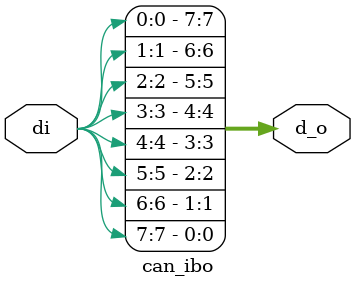
<source format=v>


module can_ibo
( 
  di,
  d_o
);

input   [7:0] di;
output  [7:0] d_o;

assign d_o[0] = di[7];
assign d_o[1] = di[6];
assign d_o[2] = di[5];
assign d_o[3] = di[4];
assign d_o[4] = di[3];
assign d_o[5] = di[2];
assign d_o[6] = di[1];
assign d_o[7] = di[0];

endmodule

</source>
